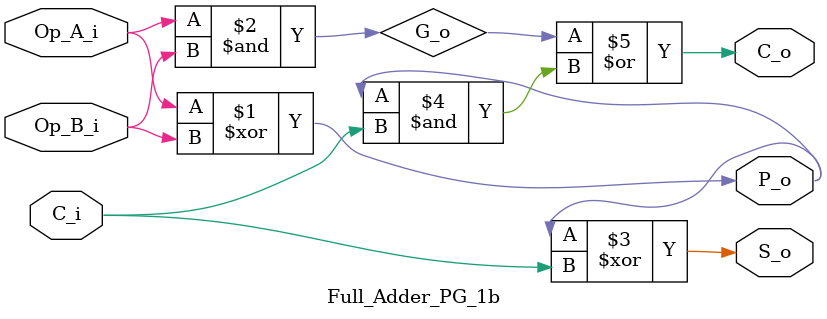
<source format=v>
`timescale 1ns / 1ps


module Full_Adder_PG_1b(
    input wire Op_A_i,
    input wire Op_B_i,
    input wire C_i, //Carry in
    output wire S_o, // Solution out
    output wire C_o, //Carry out
    output wire P_o //Propagate (for LZA)
    );
    
    wire G_o;
    assign P_o = Op_A_i ^ Op_B_i;
    assign G_o = Op_A_i & Op_B_i;
    assign S_o = P_o ^ C_i;
    assign C_o = G_o | (P_o & C_i);
    
endmodule

</source>
